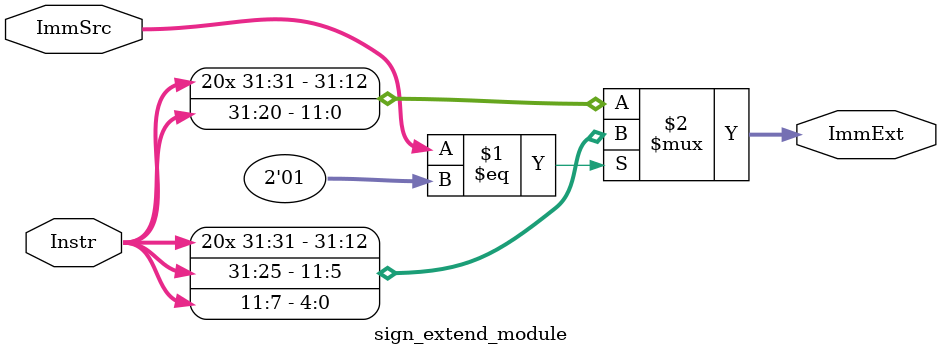
<source format=v>


module sign_extend_module(Instr, ImmExt, ImmSrc);

//output is correct of this module, the input is not taken as mentioned in the book, we just take all the input
input [1:0]ImmSrc;
input [31:0]Instr;
output [31:0]ImmExt;


assign ImmExt = (ImmSrc==2'b01)? ({{20{Instr[31]}},Instr[31:25],Instr[11:7]}) : //S type
                {{20{Instr[31]}}, Instr[31:20]}; //I type



endmodule
</source>
